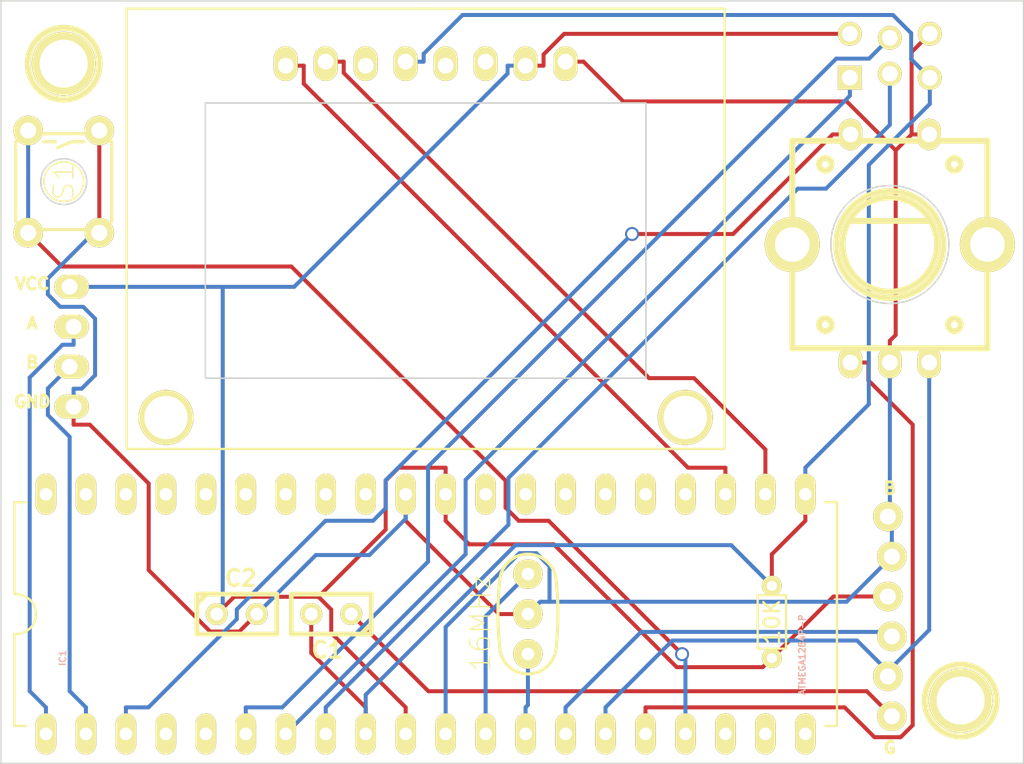
<source format=kicad_pcb>
(kicad_pcb (version 3) (host pcbnew "(2013-07-07 BZR 4022)-stable")

  (general
    (links 41)
    (no_connects 0)
    (area 222.949999 130.6364 291.529863 185.550001)
    (thickness 1.6)
    (drawings 18)
    (tracks 197)
    (zones 0)
    (modules 13)
    (nets 19)
  )

  (page A3)
  (layers
    (15 F.Cu signal hide)
    (0 B.Cu signal hide)
    (16 B.Adhes user)
    (17 F.Adhes user)
    (18 B.Paste user)
    (19 F.Paste user)
    (20 B.SilkS user)
    (21 F.SilkS user)
    (22 B.Mask user hide)
    (23 F.Mask user hide)
    (24 Dwgs.User user)
    (25 Cmts.User user)
    (26 Eco1.User user)
    (27 Eco2.User user)
    (28 Edge.Cuts user)
  )

  (setup
    (last_trace_width 0.254)
    (trace_clearance 0.254)
    (zone_clearance 0.508)
    (zone_45_only no)
    (trace_min 0.254)
    (segment_width 0.2)
    (edge_width 0.1)
    (via_size 0.889)
    (via_drill 0.635)
    (via_min_size 0.889)
    (via_min_drill 0.508)
    (uvia_size 0.508)
    (uvia_drill 0.127)
    (uvias_allowed no)
    (uvia_min_size 0.508)
    (uvia_min_drill 0.127)
    (pcb_text_width 0.3)
    (pcb_text_size 1.5 1.5)
    (mod_edge_width 0.15)
    (mod_text_size 1 1)
    (mod_text_width 0.15)
    (pad_size 3.5 3.5)
    (pad_drill 2.75)
    (pad_to_mask_clearance 0)
    (aux_axis_origin 0 0)
    (visible_elements 7FFE7FCF)
    (pcbplotparams
      (layerselection 268435456)
      (usegerberextensions false)
      (excludeedgelayer true)
      (linewidth 0.150000)
      (plotframeref false)
      (viasonmask false)
      (mode 1)
      (useauxorigin false)
      (hpglpennumber 1)
      (hpglpenspeed 20)
      (hpglpendiameter 15)
      (hpglpenoverlay 2)
      (psnegative false)
      (psa4output false)
      (plotreference true)
      (plotvalue true)
      (plotothertext true)
      (plotinvisibletext false)
      (padsonsilk false)
      (subtractmaskfromsilk false)
      (outputformat 5)
      (mirror false)
      (drillshape 0)
      (scaleselection 1)
      (outputdirectory case/))
  )

  (net 0 "")
  (net 1 5VCC)
  (net 2 BTN)
  (net 3 ENC_A)
  (net 4 ENC_B)
  (net 5 ENC_BTN)
  (net 6 GND)
  (net 7 MISO)
  (net 8 MOSI)
  (net 9 N-0000041)
  (net 10 NEOA)
  (net 11 NEOB)
  (net 12 RST)
  (net 13 SCK)
  (net 14 SCL)
  (net 15 SDA)
  (net 16 TOSC1)
  (net 17 TOSC2)
  (net 18 TXO)

  (net_class Default "This is the default net class."
    (clearance 0.254)
    (trace_width 0.254)
    (via_dia 0.889)
    (via_drill 0.635)
    (uvia_dia 0.508)
    (uvia_drill 0.127)
    (add_net "")
    (add_net 5VCC)
    (add_net BTN)
    (add_net ENC_A)
    (add_net ENC_B)
    (add_net ENC_BTN)
    (add_net GND)
    (add_net MISO)
    (add_net MOSI)
    (add_net N-0000041)
    (add_net NEOA)
    (add_net NEOB)
    (add_net RST)
    (add_net SCK)
    (add_net SCL)
    (add_net SDA)
    (add_net TOSC1)
    (add_net TOSC2)
    (add_net TXO)
  )

  (module 1pin (layer F.Cu) (tedit 52C10461) (tstamp 52DB2BC8)
    (at 284 181.5)
    (descr "module 1 pin (ou trou mecanique de percage)")
    (tags DEV)
    (path 1pin)
    (fp_text reference 1PIN2 (at 0 -3.048) (layer F.SilkS) hide
      (effects (font (size 1.016 1.016) (thickness 0.254)))
    )
    (fp_text value p2 (at 0 2.794) (layer F.SilkS) hide
      (effects (font (size 1.016 1.016) (thickness 0.254)))
    )
    (fp_circle (center 0 0) (end 0 -2.286) (layer F.SilkS) (width 0.381))
    (pad 1 thru_hole circle (at 0 0) (size 4.064 4.064) (drill 3.048)
      (layers *.Cu *.Mask F.SilkS)
    )
  )

  (module pin_strip_4_shifted (layer F.Cu) (tedit 528D619F) (tstamp 52C0E803)
    (at 227.5 159 270)
    (descr "Pin strip 4pin")
    (tags "CONN DEV")
    (path /52C0DFAD)
    (fp_text reference J1 (at 0 -2.159 270) (layer F.SilkS) hide
      (effects (font (size 1.016 1.016) (thickness 0.2032)))
    )
    (fp_text value J_SIGNAL (at 0.254 -3.556 270) (layer F.SilkS) hide
      (effects (font (size 1.016 0.889) (thickness 0.2032)))
    )
    (pad 1 thru_hole oval (at -3.81 0.127 270) (size 1.524 2.19964) (drill 1.00076 (offset 0 -0.127))
      (layers *.Cu *.Mask F.SilkS)
      (net 1 5VCC)
    )
    (pad 2 thru_hole oval (at -1.27 -0.127 270) (size 1.524 2.19964) (drill 1.00076 (offset 0 0.127))
      (layers *.Cu *.Mask F.SilkS)
      (net 10 NEOA)
    )
    (pad 3 thru_hole oval (at 1.27 0.127 270) (size 1.524 2.19964) (drill 1.00076 (offset 0 -0.127))
      (layers *.Cu *.Mask F.SilkS)
      (net 11 NEOB)
    )
    (pad 4 thru_hole oval (at 3.81 -0.127 270) (size 1.524 2.19964) (drill 1.00076 (offset 0 0.127))
      (layers *.Cu *.Mask F.SilkS)
      (net 6 GND)
    )
    (model walter/pin_strip/pin_strip_4.wrl
      (at (xyz 0 0 0))
      (scale (xyz 1 1 1))
      (rotate (xyz 0 0 0))
    )
  )

  (module ML_RESONATOR_16MHZ_PTH (layer F.Cu) (tedit 52C0F9C2) (tstamp 52C0E80E)
    (at 256.5 176 270)
    (path /522FBF5A)
    (attr virtual)
    (fp_text reference Y1 (at 0 -2.54 270) (layer F.SilkS) hide
      (effects (font (size 1.27 1.27) (thickness 0.0889)))
    )
    (fp_text value 16MHz (at 0.5842 3.0226 270) (layer F.SilkS)
      (effects (font (size 1.27 1.27) (thickness 0.0889)))
    )
    (fp_arc (start -2.00914 0) (end -2.286 1.778) (angle 162.4) (layer F.SilkS) (width 0.2032))
    (fp_arc (start 2.00914 0) (end 2.286 -1.778) (angle 162.4) (layer F.SilkS) (width 0.2032))
    (fp_arc (start 0 -18.7325) (end 2.286 1.778) (angle 12.7) (layer F.SilkS) (width 0.2032))
    (fp_arc (start 0 18.669) (end -2.286 -1.778) (angle 12.7) (layer F.SilkS) (width 0.2032))
    (pad 1 thru_hole circle (at -2.54 0 270) (size 1.8796 1.8796) (drill 0.79756)
      (layers *.Cu *.Mask F.Paste F.SilkS)
      (net 17 TOSC2)
    )
    (pad 2 thru_hole circle (at 0 0 270) (size 1.8796 1.8796) (drill 0.79756)
      (layers *.Cu *.Mask F.Paste F.SilkS)
      (net 6 GND)
    )
    (pad 3 thru_hole circle (at 2.54 0 270) (size 1.8796 1.8796) (drill 0.79756)
      (layers *.Cu *.Mask F.Paste F.SilkS)
      (net 16 TOSC1)
    )
  )

  (module ML_FTDI_shifted_pads (layer F.Cu) (tedit 528D5F41) (tstamp 52C0E832)
    (at 279.5 182.5 90)
    (path /522FBB4E)
    (attr virtual)
    (fp_text reference JP2 (at 4.36626 -2.4638 90) (layer F.SilkS) hide
      (effects (font (size 1.27 1.27) (thickness 0.0889)))
    )
    (fp_text value FTDI (at 6 2.5 90) (layer F.SilkS) hide
      (effects (font (size 1.27 1.27) (thickness 0.0889)))
    )
    (fp_line (start 12.446 0.254) (end 12.954 0.254) (layer F.SilkS) (width 0.06604))
    (fp_line (start 12.954 0.254) (end 12.954 -0.254) (layer F.SilkS) (width 0.06604))
    (fp_line (start 12.446 -0.254) (end 12.954 -0.254) (layer F.SilkS) (width 0.06604))
    (fp_line (start 12.446 0.254) (end 12.446 -0.254) (layer F.SilkS) (width 0.06604))
    (fp_line (start 9.906 0.254) (end 10.414 0.254) (layer F.SilkS) (width 0.06604))
    (fp_line (start 10.414 0.254) (end 10.414 -0.254) (layer F.SilkS) (width 0.06604))
    (fp_line (start 9.906 -0.254) (end 10.414 -0.254) (layer F.SilkS) (width 0.06604))
    (fp_line (start 9.906 0.254) (end 9.906 -0.254) (layer F.SilkS) (width 0.06604))
    (fp_line (start 7.366 0.254) (end 7.874 0.254) (layer F.SilkS) (width 0.06604))
    (fp_line (start 7.874 0.254) (end 7.874 -0.254) (layer F.SilkS) (width 0.06604))
    (fp_line (start 7.366 -0.254) (end 7.874 -0.254) (layer F.SilkS) (width 0.06604))
    (fp_line (start 7.366 0.254) (end 7.366 -0.254) (layer F.SilkS) (width 0.06604))
    (fp_line (start 4.826 0.254) (end 5.334 0.254) (layer F.SilkS) (width 0.06604))
    (fp_line (start 5.334 0.254) (end 5.334 -0.254) (layer F.SilkS) (width 0.06604))
    (fp_line (start 4.826 -0.254) (end 5.334 -0.254) (layer F.SilkS) (width 0.06604))
    (fp_line (start 4.826 0.254) (end 4.826 -0.254) (layer F.SilkS) (width 0.06604))
    (fp_line (start 2.286 0.254) (end 2.794 0.254) (layer F.SilkS) (width 0.06604))
    (fp_line (start 2.794 0.254) (end 2.794 -0.254) (layer F.SilkS) (width 0.06604))
    (fp_line (start 2.286 -0.254) (end 2.794 -0.254) (layer F.SilkS) (width 0.06604))
    (fp_line (start 2.286 0.254) (end 2.286 -0.254) (layer F.SilkS) (width 0.06604))
    (fp_line (start -0.254 0.254) (end 0.254 0.254) (layer F.SilkS) (width 0.06604))
    (fp_line (start 0.254 0.254) (end 0.254 -0.254) (layer F.SilkS) (width 0.06604))
    (fp_line (start -0.254 -0.254) (end 0.254 -0.254) (layer F.SilkS) (width 0.06604))
    (fp_line (start -0.254 0.254) (end -0.254 -0.254) (layer F.SilkS) (width 0.06604))
    (fp_text user G (at -2.159 0 90) (layer F.SilkS) hide
      (effects (font (size 1.27 1.27) (thickness 0.0889)))
    )
    (fp_text user B (at 14.732 0 90) (layer F.SilkS) hide
      (effects (font (size 1.27 1.27) (thickness 0.0889)))
    )
    (pad CTS thru_hole circle (at 10.16 0.127 90) (size 1.8796 1.8796) (drill 1.016)
      (layers *.Cu *.Mask F.Paste F.SilkS)
      (net 6 GND)
    )
    (pad DTR thru_hole circle (at 0 0.127 90) (size 1.8796 1.8796) (drill 1.016)
      (layers *.Cu *.Mask F.Paste F.SilkS)
      (net 9 N-0000041)
    )
    (pad GND thru_hole circle (at 12.7 -0.127 90) (size 1.8796 1.8796) (drill 1.016)
      (layers *.Cu *.Mask F.Paste F.SilkS)
      (net 6 GND)
    )
    (pad RXI thru_hole circle (at 2.54 -0.127 90) (size 1.8796 1.8796) (drill 1.016)
      (layers *.Cu *.Mask F.Paste F.SilkS)
      (net 4 ENC_B)
    )
    (pad TXO thru_hole circle (at 5.08 0.127 90) (size 1.8796 1.8796) (drill 1.016)
      (layers *.Cu *.Mask F.Paste F.SilkS)
      (net 18 TXO)
    )
    (pad VCC thru_hole circle (at 7.62 -0.127 90) (size 1.8796 1.8796) (drill 1.016)
      (layers *.Cu *.Mask F.Paste F.SilkS)
      (net 1 5VCC)
    )
  )

  (module ML_DIL40 (layer F.Cu) (tedit 52C0E775) (tstamp 52C2C400)
    (at 250 176)
    (descr "DUAL IN LINE PACKAGE: 40-PIN PDIP")
    (tags "DUAL IN LINE PACKAGE: 40-PIN PDIP")
    (path /5277F70B)
    (attr virtual)
    (fp_text reference IC1 (at -23.0632 2.794 90) (layer B.SilkS)
      (effects (font (size 0.4064 0.4064) (thickness 0.0889)))
    )
    (fp_text value ATMEGA1284P-P (at 23.9268 2.58826 90) (layer B.SilkS)
      (effects (font (size 0.4064 0.4064) (thickness 0.0889)))
    )
    (fp_line (start 26.1366 -7.112) (end 26.1366 7.112) (layer F.SilkS) (width 0.1524))
    (fp_line (start -26.1366 7.112) (end -26.1366 1.27) (layer F.SilkS) (width 0.1524))
    (fp_line (start -26.1366 -7.112) (end -26.1366 -1.27) (layer F.SilkS) (width 0.1524))
    (fp_line (start -26.1366 -7.112) (end -25.4 -7.112) (layer F.SilkS) (width 0.1524))
    (fp_line (start -26.1366 7.112) (end -25.4 7.112) (layer F.SilkS) (width 0.1524))
    (fp_line (start 26.1366 7.112) (end 25.4 7.112) (layer F.SilkS) (width 0.1524))
    (fp_line (start 26.1366 -7.112) (end 25.4 -7.112) (layer F.SilkS) (width 0.1524))
    (fp_arc (start -26.035 0) (end -26.035 -1.27) (angle 180) (layer F.SilkS) (width 0.1524))
    (pad 1 thru_hole oval (at -24.13 7.62) (size 1.30556 2.61366) (drill 0.79756)
      (layers *.Cu *.Mask F.Paste F.SilkS)
      (net 10 NEOA)
    )
    (pad 2 thru_hole oval (at -21.59 7.62) (size 1.30556 2.61366) (drill 0.79756)
      (layers *.Cu *.Mask F.Paste F.SilkS)
      (net 11 NEOB)
    )
    (pad 3 thru_hole oval (at -19.05 7.62) (size 1.30556 2.61366) (drill 0.79756)
      (layers *.Cu *.Mask F.Paste F.SilkS)
      (net 5 ENC_BTN)
    )
    (pad 4 thru_hole oval (at -16.51 7.62) (size 1.30556 2.61366) (drill 0.79756)
      (layers *.Cu *.Mask F.Paste F.SilkS)
    )
    (pad 5 thru_hole oval (at -13.97 7.62) (size 1.30556 2.61366) (drill 0.79756)
      (layers *.Cu *.Mask F.Paste F.SilkS)
    )
    (pad 6 thru_hole oval (at -11.43 7.62) (size 1.30556 2.61366) (drill 0.79756)
      (layers *.Cu *.Mask F.Paste F.SilkS)
      (net 8 MOSI)
    )
    (pad 7 thru_hole oval (at -8.89 7.62) (size 1.30556 2.61366) (drill 0.79756)
      (layers *.Cu *.Mask F.Paste F.SilkS)
      (net 7 MISO)
    )
    (pad 8 thru_hole oval (at -6.35 7.62) (size 1.30556 2.61366) (drill 0.79756)
      (layers *.Cu *.Mask F.Paste F.SilkS)
      (net 13 SCK)
    )
    (pad 9 thru_hole oval (at -3.81 7.62) (size 1.30556 2.61366) (drill 0.79756)
      (layers *.Cu *.Mask F.Paste F.SilkS)
      (net 12 RST)
    )
    (pad 10 thru_hole oval (at -1.27 7.62) (size 1.30556 2.61366) (drill 0.79756)
      (layers *.Cu *.Mask F.Paste F.SilkS)
      (net 1 5VCC)
    )
    (pad 11 thru_hole oval (at 1.27 7.62) (size 1.30556 2.61366) (drill 0.79756)
      (layers *.Cu *.Mask F.Paste F.SilkS)
      (net 6 GND)
    )
    (pad 12 thru_hole oval (at 3.81 7.62) (size 1.30556 2.61366) (drill 0.79756)
      (layers *.Cu *.Mask F.Paste F.SilkS)
      (net 17 TOSC2)
    )
    (pad 13 thru_hole oval (at 6.35 7.62) (size 1.30556 2.61366) (drill 0.79756)
      (layers *.Cu *.Mask F.Paste F.SilkS)
      (net 16 TOSC1)
    )
    (pad 14 thru_hole oval (at 8.89 7.62) (size 1.30556 2.61366) (drill 0.79756)
      (layers *.Cu *.Mask F.Paste F.SilkS)
      (net 18 TXO)
    )
    (pad 15 thru_hole oval (at 11.43 7.62) (size 1.30556 2.61366) (drill 0.79756)
      (layers *.Cu *.Mask F.Paste F.SilkS)
      (net 4 ENC_B)
    )
    (pad 16 thru_hole oval (at 13.97 7.62) (size 1.30556 2.61366) (drill 0.79756)
      (layers *.Cu *.Mask F.Paste F.SilkS)
      (net 3 ENC_A)
    )
    (pad 17 thru_hole oval (at 16.51 7.62) (size 1.30556 2.61366) (drill 0.79756)
      (layers *.Cu *.Mask F.Paste F.SilkS)
      (net 2 BTN)
    )
    (pad 18 thru_hole oval (at 19.05 7.62) (size 1.30556 2.61366) (drill 0.79756)
      (layers *.Cu *.Mask F.Paste F.SilkS)
    )
    (pad 19 thru_hole oval (at 21.59 7.62) (size 1.30556 2.61366) (drill 0.79756)
      (layers *.Cu *.Mask F.Paste F.SilkS)
    )
    (pad 20 thru_hole oval (at 24.13 7.62) (size 1.30556 2.61366) (drill 0.79756)
      (layers *.Cu *.Mask F.Paste F.SilkS)
    )
    (pad 21 thru_hole oval (at 24.13 -7.62) (size 1.30556 2.61366) (drill 0.79756)
      (layers *.Cu *.Mask F.Paste F.SilkS)
      (net 12 RST)
    )
    (pad 22 thru_hole oval (at 21.59 -7.62) (size 1.30556 2.61366) (drill 0.79756)
      (layers *.Cu *.Mask F.Paste F.SilkS)
      (net 14 SCL)
    )
    (pad 23 thru_hole oval (at 19.05 -7.62) (size 1.30556 2.61366) (drill 0.79756)
      (layers *.Cu *.Mask F.Paste F.SilkS)
      (net 15 SDA)
    )
    (pad 24 thru_hole oval (at 16.51 -7.62) (size 1.30556 2.61366) (drill 0.79756)
      (layers *.Cu *.Mask F.Paste F.SilkS)
    )
    (pad 25 thru_hole oval (at 13.97 -7.62) (size 1.30556 2.61366) (drill 0.79756)
      (layers *.Cu *.Mask F.Paste F.SilkS)
    )
    (pad 26 thru_hole oval (at 11.43 -7.62) (size 1.30556 2.61366) (drill 0.79756)
      (layers *.Cu *.Mask F.Paste F.SilkS)
    )
    (pad 27 thru_hole oval (at 8.89 -7.62) (size 1.30556 2.61366) (drill 0.79756)
      (layers *.Cu *.Mask F.Paste F.SilkS)
    )
    (pad 28 thru_hole oval (at 6.35 -7.62) (size 1.30556 2.61366) (drill 0.79756)
      (layers *.Cu *.Mask F.Paste F.SilkS)
    )
    (pad 29 thru_hole oval (at 3.81 -7.62) (size 1.30556 2.61366) (drill 0.79756)
      (layers *.Cu *.Mask F.Paste F.SilkS)
    )
    (pad 30 thru_hole oval (at 1.27 -7.62) (size 1.30556 2.61366) (drill 0.79756)
      (layers *.Cu *.Mask F.Paste F.SilkS)
      (net 1 5VCC)
    )
    (pad 31 thru_hole oval (at -1.27 -7.62) (size 1.30556 2.61366) (drill 0.79756)
      (layers *.Cu *.Mask F.Paste F.SilkS)
      (net 6 GND)
    )
    (pad 32 thru_hole oval (at -3.81 -7.62) (size 1.30556 2.61366) (drill 0.79756)
      (layers *.Cu *.Mask F.Paste F.SilkS)
    )
    (pad 33 thru_hole oval (at -6.35 -7.62) (size 1.30556 2.61366) (drill 0.79756)
      (layers *.Cu *.Mask F.Paste F.SilkS)
    )
    (pad 34 thru_hole oval (at -8.89 -7.62) (size 1.30556 2.61366) (drill 0.79756)
      (layers *.Cu *.Mask F.Paste F.SilkS)
    )
    (pad 35 thru_hole oval (at -11.43 -7.62) (size 1.30556 2.61366) (drill 0.79756)
      (layers *.Cu *.Mask F.Paste F.SilkS)
    )
    (pad 36 thru_hole oval (at -13.97 -7.62) (size 1.30556 2.61366) (drill 0.79756)
      (layers *.Cu *.Mask F.Paste F.SilkS)
    )
    (pad 37 thru_hole oval (at -16.51 -7.62) (size 1.30556 2.61366) (drill 0.79756)
      (layers *.Cu *.Mask F.Paste F.SilkS)
    )
    (pad 38 thru_hole oval (at -19.05 -7.62) (size 1.30556 2.61366) (drill 0.79756)
      (layers *.Cu *.Mask F.Paste F.SilkS)
    )
    (pad 39 thru_hole oval (at -21.59 -7.62) (size 1.30556 2.61366) (drill 0.79756)
      (layers *.Cu *.Mask F.Paste F.SilkS)
    )
    (pad 40 thru_hole oval (at -24.13 -7.62) (size 1.30556 2.61366) (drill 0.79756)
      (layers *.Cu *.Mask F.Paste F.SilkS)
    )
  )

  (module ICSP_shifted_pads (layer F.Cu) (tedit 528D6071) (tstamp 52C0E889)
    (at 279.5 140.5)
    (descr "Pin strip 3x2pin")
    (tags "CONN DEV")
    (path /522FB9A7)
    (fp_text reference JP1 (at 0 -3.81) (layer F.SilkS) hide
      (effects (font (size 1.016 1.016) (thickness 0.2032)))
    )
    (fp_text value ICSP (at 0 -5.08) (layer F.SilkS) hide
      (effects (font (size 1.016 0.889) (thickness 0.2032)))
    )
    (pad 1 thru_hole rect (at -2.54 1.397) (size 1.524 1.524) (drill 1.00076)
      (layers *.Cu *.Mask F.SilkS)
      (net 7 MISO)
    )
    (pad 2 thru_hole circle (at -2.54 -1.397) (size 1.524 1.524) (drill 1.00076)
      (layers *.Cu *.Mask F.SilkS)
      (net 1 5VCC)
    )
    (pad 3 thru_hole circle (at 0 1.143) (size 1.524 1.524) (drill 1.00076)
      (layers *.Cu *.Mask F.SilkS)
      (net 13 SCK)
    )
    (pad 4 thru_hole circle (at 0 -1.143) (size 1.524 1.524) (drill 1.00076)
      (layers *.Cu *.Mask F.SilkS)
      (net 8 MOSI)
    )
    (pad 5 thru_hole circle (at 2.54 1.397) (size 1.524 1.524) (drill 1.00076)
      (layers *.Cu *.Mask F.SilkS)
      (net 12 RST)
    )
    (pad 6 thru_hole circle (at 2.54 -1.397) (size 1.524 1.524) (drill 1.00076)
      (layers *.Cu *.Mask F.SilkS)
      (net 6 GND)
    )
    (model walter/pin_strip/pin_strip_3x2.wrl
      (at (xyz 0 0 0))
      (scale (xyz 1 1 1))
      (rotate (xyz 0 0 0))
    )
  )

  (module encoder_alps-ec12d (layer F.Cu) (tedit 52C10198) (tstamp 52C0E89F)
    (at 279.5 152.5)
    (descr "12mm rotary encoder, Alps EC12D")
    (tags encoder)
    (path /52C0DA05)
    (autoplace_cost180 10)
    (fp_text reference E1 (at 0 9.99998) (layer F.SilkS) hide
      (effects (font (size 1.50114 1.50114) (thickness 0.20066)))
    )
    (fp_text value ENCODER_SWITCH (at 0 -7.80034) (layer F.SilkS) hide
      (effects (font (size 1.50114 1.50114) (thickness 0.20066)))
    )
    (fp_circle (center 4.09956 5.10032) (end 4.50088 5.10032) (layer F.SilkS) (width 0.381))
    (fp_circle (center -4.09956 5.10032) (end -4.50088 5.10032) (layer F.SilkS) (width 0.381))
    (fp_circle (center 4.09956 -5.10032) (end 3.70078 -5.10032) (layer F.SilkS) (width 0.381))
    (fp_circle (center -4.09956 -5.10032) (end -4.50088 -5.10032) (layer F.SilkS) (width 0.381))
    (fp_line (start -2.60096 -1.50114) (end 2.60096 -1.50114) (layer F.SilkS) (width 0.381))
    (fp_circle (center 0 0) (end -2.99974 0) (layer F.SilkS) (width 0.381))
    (fp_circle (center 0 0) (end -3.40106 0) (layer F.SilkS) (width 0.381))
    (fp_line (start -6.20014 6.59892) (end 6.20014 6.59892) (layer F.SilkS) (width 0.381))
    (fp_line (start 6.20014 6.59892) (end 6.20014 -6.59892) (layer F.SilkS) (width 0.381))
    (fp_line (start 6.20014 -6.59892) (end -6.20014 -6.59892) (layer F.SilkS) (width 0.381))
    (fp_line (start -6.20014 -6.59892) (end -6.20014 6.59892) (layer F.SilkS) (width 0.381))
    (pad 1 thru_hole oval (at -2.49936 7.50062) (size 1.50114 1.99898) (drill 1.00076)
      (layers *.Cu *.Mask F.SilkS)
      (net 3 ENC_A)
    )
    (pad 2 thru_hole oval (at 0 7.50062) (size 1.50114 1.99898) (drill 1.00076)
      (layers *.Cu *.Mask F.SilkS)
      (net 6 GND)
    )
    (pad 3 thru_hole oval (at 2.49936 7.50062) (size 1.50114 1.99898) (drill 1.00076)
      (layers *.Cu *.Mask F.SilkS)
      (net 4 ENC_B)
    )
    (pad "" thru_hole circle (at -6.20014 0) (size 3.50012 3.50012) (drill 2.19964)
      (layers *.Cu *.Mask F.SilkS)
    )
    (pad "" thru_hole circle (at 6.20014 0) (size 3.50012 3.50012) (drill 2.19964)
      (layers *.Cu *.Mask F.SilkS)
    )
    (pad 5 thru_hole oval (at -2.49936 -7.00024) (size 1.50114 1.99898) (drill 1.00076)
      (layers *.Cu *.Mask F.SilkS)
      (net 5 ENC_BTN)
    )
    (pad 4 thru_hole oval (at 2.49936 -7.00024) (size 1.50114 1.99898) (drill 1.00076)
      (layers *.Cu *.Mask F.SilkS)
      (net 6 GND)
    )
    (model walter/misc_comp/encoder_alps-ec12d.wrl
      (at (xyz 0 0 0))
      (scale (xyz 1 1 1))
      (rotate (xyz 0 0 0))
    )
  )

  (module C1 (layer F.Cu) (tedit 3F92C496) (tstamp 52C0E8AA)
    (at 244 176 180)
    (descr "Condensateur e = 1 pas")
    (tags C)
    (path /522FBC24)
    (fp_text reference C1 (at 0.254 -2.286 180) (layer F.SilkS)
      (effects (font (size 1.016 1.016) (thickness 0.2032)))
    )
    (fp_text value 0.1uF (at 0 -2.286 180) (layer F.SilkS) hide
      (effects (font (size 1.016 1.016) (thickness 0.2032)))
    )
    (fp_line (start -2.4892 -1.27) (end 2.54 -1.27) (layer F.SilkS) (width 0.3048))
    (fp_line (start 2.54 -1.27) (end 2.54 1.27) (layer F.SilkS) (width 0.3048))
    (fp_line (start 2.54 1.27) (end -2.54 1.27) (layer F.SilkS) (width 0.3048))
    (fp_line (start -2.54 1.27) (end -2.54 -1.27) (layer F.SilkS) (width 0.3048))
    (fp_line (start -2.54 -0.635) (end -1.905 -1.27) (layer F.SilkS) (width 0.3048))
    (pad 1 thru_hole circle (at -1.27 0 180) (size 1.397 1.397) (drill 0.8128)
      (layers *.Cu *.Mask F.SilkS)
      (net 9 N-0000041)
    )
    (pad 2 thru_hole circle (at 1.27 0 180) (size 1.397 1.397) (drill 0.8128)
      (layers *.Cu *.Mask F.SilkS)
      (net 12 RST)
    )
    (model discret/capa_1_pas.wrl
      (at (xyz 0 0 0))
      (scale (xyz 1 1 1))
      (rotate (xyz 0 0 0))
    )
  )

  (module C1 (layer F.Cu) (tedit 3F92C496) (tstamp 52C0E8B5)
    (at 238 176)
    (descr "Condensateur e = 1 pas")
    (tags C)
    (path /522FBCC4)
    (fp_text reference C2 (at 0.254 -2.286) (layer F.SilkS)
      (effects (font (size 1.016 1.016) (thickness 0.2032)))
    )
    (fp_text value 0.1uF (at 0 -2.286) (layer F.SilkS) hide
      (effects (font (size 1.016 1.016) (thickness 0.2032)))
    )
    (fp_line (start -2.4892 -1.27) (end 2.54 -1.27) (layer F.SilkS) (width 0.3048))
    (fp_line (start 2.54 -1.27) (end 2.54 1.27) (layer F.SilkS) (width 0.3048))
    (fp_line (start 2.54 1.27) (end -2.54 1.27) (layer F.SilkS) (width 0.3048))
    (fp_line (start -2.54 1.27) (end -2.54 -1.27) (layer F.SilkS) (width 0.3048))
    (fp_line (start -2.54 -0.635) (end -1.905 -1.27) (layer F.SilkS) (width 0.3048))
    (pad 1 thru_hole circle (at -1.27 0) (size 1.397 1.397) (drill 0.8128)
      (layers *.Cu *.Mask F.SilkS)
      (net 1 5VCC)
    )
    (pad 2 thru_hole circle (at 1.27 0) (size 1.397 1.397) (drill 0.8128)
      (layers *.Cu *.Mask F.SilkS)
      (net 6 GND)
    )
    (model discret/capa_1_pas.wrl
      (at (xyz 0 0 0))
      (scale (xyz 1 1 1))
      (rotate (xyz 0 0 0))
    )
  )

  (module ML_R1-8W (layer F.Cu) (tedit 52C0FA10) (tstamp 52C0E7E7)
    (at 272 176.5 90)
    (descr http://www.mouser.com/ProductDetail/Xicon/299-330-RC/?qs=sGAEpiMZZMu61qfTUdNhG1aMK7XKB77EKzTqu4lEvbw%3d)
    (path /522FBCB7)
    (fp_text reference R1 (at 0 0 90) (layer F.SilkS) hide
      (effects (font (size 1 1) (thickness 0.15)))
    )
    (fp_text value 10K (at 0 0 90) (layer F.SilkS)
      (effects (font (size 1 1) (thickness 0.15)))
    )
    (fp_line (start 1.7 -0.9) (end -1.7 -0.9) (layer F.SilkS) (width 0.15))
    (fp_line (start -1.7 -0.9) (end -1.7 0.9) (layer F.SilkS) (width 0.15))
    (fp_line (start -1.7 0.9) (end 1.7 0.9) (layer F.SilkS) (width 0.15))
    (fp_line (start 1.7 0.9) (end 1.7 -0.9) (layer F.SilkS) (width 0.15))
    (pad 1 thru_hole circle (at -2.3 0 90) (size 1.27 1.27) (drill 0.635)
      (layers *.Cu *.Mask F.SilkS)
      (net 1 5VCC)
    )
    (pad 2 thru_hole circle (at 2.3 0 90) (size 1.27 1.27) (drill 0.635)
      (layers *.Cu *.Mask F.SilkS)
      (net 12 RST)
    )
  )

  (module ML_ADA_OLED_096 (layer F.Cu) (tedit 52C0F7D9) (tstamp 52C2C5C1)
    (at 250 141)
    (descr "Pin strip 8pin")
    (tags "CONN DEV")
    (path /52C0E1D7)
    (fp_text reference J2 (at 0 -8) (layer F.SilkS) hide
      (effects (font (size 1.016 1.016) (thickness 0.2032)))
    )
    (fp_text value J_DISPLAY (at 0 -9.5) (layer F.SilkS) hide
      (effects (font (size 1.016 0.889) (thickness 0.2032)))
    )
    (fp_line (start 0 -3.5) (end 19 -3.5) (layer F.SilkS) (width 0.15))
    (fp_line (start 19 -3.5) (end 19 24.5) (layer F.SilkS) (width 0.15))
    (fp_line (start 19 24.5) (end -19 24.5) (layer F.SilkS) (width 0.15))
    (fp_line (start -19 24.5) (end -19 -3.5) (layer F.SilkS) (width 0.15))
    (fp_line (start -19 -3.5) (end 0 -3.5) (layer F.SilkS) (width 0.15))
    (pad 9 thru_hole circle (at 16.5 22.5) (size 3.5 3.5) (drill 2.75)
      (layers *.Cu *.Mask F.SilkS)
    )
    (pad 1 thru_hole oval (at -8.89 0.127) (size 1.524 2.19964) (drill 1.00076 (offset 0 -0.127))
      (layers *.Cu *.Mask F.SilkS)
      (net 15 SDA)
    )
    (pad 2 thru_hole oval (at -6.35 -0.127) (size 1.524 2.19964) (drill 1.00076 (offset 0 0.127))
      (layers *.Cu *.Mask F.SilkS)
      (net 14 SCL)
    )
    (pad 3 thru_hole oval (at -3.81 0.127) (size 1.524 2.19964) (drill 1.00076 (offset 0 -0.127))
      (layers *.Cu *.Mask F.SilkS)
    )
    (pad 4 thru_hole oval (at -1.27 -0.127) (size 1.524 2.19964) (drill 1.00076 (offset 0 0.127))
      (layers *.Cu *.Mask F.SilkS)
      (net 12 RST)
    )
    (pad 5 thru_hole oval (at 1.27 0.127) (size 1.524 2.19964) (drill 1.00076 (offset 0 -0.127))
      (layers *.Cu *.Mask F.SilkS)
    )
    (pad 6 thru_hole oval (at 3.81 -0.127) (size 1.524 2.19964) (drill 1.00076 (offset 0 0.127))
      (layers *.Cu *.Mask F.SilkS)
    )
    (pad 7 thru_hole oval (at 6.35 0.127) (size 1.524 2.19964) (drill 1.00076 (offset 0 -0.127))
      (layers *.Cu *.Mask F.SilkS)
      (net 1 5VCC)
    )
    (pad 8 thru_hole oval (at 8.89 -0.127) (size 1.524 2.19964) (drill 1.00076 (offset 0 0.127))
      (layers *.Cu *.Mask F.SilkS)
      (net 6 GND)
    )
    (pad 9 thru_hole circle (at -16.5 22.5) (size 3.5 3.5) (drill 2.75)
      (layers *.Cu *.Mask F.SilkS)
    )
    (model walter/pin_strip/pin_strip_8.wrl
      (at (xyz 0 0 0))
      (scale (xyz 1 1 1))
      (rotate (xyz 0 0 0))
    )
  )

  (module ML_6mm_TACTILE-PTH (layer F.Cu) (tedit 528A8AFC) (tstamp 52C0E7DF)
    (at 227 148.5 270)
    (descr "OMRON SWITCH")
    (tags "OMRON SWITCH")
    (path /52C0DD10)
    (attr virtual)
    (fp_text reference S1 (at 0 0 270) (layer F.SilkS)
      (effects (font (size 1.27 1.27) (thickness 0.0889)))
    )
    (fp_text value TAC_SWITCHPTH (at 0 0 270) (layer F.SilkS)
      (effects (font (size 0.0004 0.0004) (thickness 0.00012)))
    )
    (fp_line (start 3.048 -1.016) (end 3.048 -2.54) (layer F.SilkS) (width 0.2032))
    (fp_line (start 3.048 -2.54) (end 2.54 -3.048) (layer F.SilkS) (width 0.2032))
    (fp_line (start 2.54 3.048) (end 3.048 2.54) (layer F.SilkS) (width 0.2032))
    (fp_line (start 3.048 2.54) (end 3.048 1.016) (layer F.SilkS) (width 0.2032))
    (fp_line (start -2.54 -3.048) (end -3.048 -2.54) (layer F.SilkS) (width 0.2032))
    (fp_line (start -3.048 -2.54) (end -3.048 -1.016) (layer F.SilkS) (width 0.2032))
    (fp_line (start -2.54 3.048) (end -3.048 2.54) (layer F.SilkS) (width 0.2032))
    (fp_line (start -3.048 2.54) (end -3.048 1.016) (layer F.SilkS) (width 0.2032))
    (fp_line (start 2.54 3.048) (end 2.159 3.048) (layer F.SilkS) (width 0.2032))
    (fp_line (start -2.54 3.048) (end -2.159 3.048) (layer F.SilkS) (width 0.2032))
    (fp_line (start -2.54 -3.048) (end -2.159 -3.048) (layer F.SilkS) (width 0.2032))
    (fp_line (start 2.54 -3.048) (end 2.159 -3.048) (layer F.SilkS) (width 0.2032))
    (fp_line (start 2.159 -3.048) (end -2.159 -3.048) (layer F.SilkS) (width 0.2032))
    (fp_line (start -2.159 3.048) (end 2.159 3.048) (layer F.SilkS) (width 0.2032))
    (fp_line (start 3.048 -0.99568) (end 3.048 1.016) (layer F.SilkS) (width 0.2032))
    (fp_line (start -3.048 -1.02616) (end -3.048 1.016) (layer F.SilkS) (width 0.2032))
    (fp_line (start -2.54 -1.27) (end -2.54 -0.508) (layer F.SilkS) (width 0.2032))
    (fp_line (start -2.54 0.508) (end -2.54 1.27) (layer F.SilkS) (width 0.2032))
    (fp_line (start -2.54 -0.508) (end -2.159 0.381) (layer F.SilkS) (width 0.2032))
    (fp_circle (center 0 0) (end -0.889 0.889) (layer F.SilkS) (width 0.1016))
    (pad 1 thru_hole circle (at -3.2512 -2.2606 270) (size 1.8796 1.8796) (drill 1.016)
      (layers *.Cu *.Mask F.Paste F.SilkS)
      (net 6 GND)
    )
    (pad 2 thru_hole circle (at 3.2512 -2.2606 270) (size 1.8796 1.8796) (drill 1.016)
      (layers *.Cu *.Mask F.Paste F.SilkS)
      (net 6 GND)
    )
    (pad 3 thru_hole circle (at -3.2512 2.2606 270) (size 1.8796 1.8796) (drill 1.016)
      (layers *.Cu *.Mask F.Paste F.SilkS)
      (net 2 BTN)
    )
    (pad 4 thru_hole circle (at 3.2512 2.2606 270) (size 1.8796 1.8796) (drill 1.016)
      (layers *.Cu *.Mask F.Paste F.SilkS)
      (net 2 BTN)
    )
  )

  (module 1pin (layer F.Cu) (tedit 52C1045B) (tstamp 52DB2BDB)
    (at 227 141)
    (descr "module 1 pin (ou trou mecanique de percage)")
    (tags DEV)
    (path 1pin)
    (fp_text reference 1PIN1 (at 0 -3.048) (layer F.SilkS) hide
      (effects (font (size 1.016 1.016) (thickness 0.254)))
    )
    (fp_text value p1 (at 0 2.794) (layer F.SilkS) hide
      (effects (font (size 1.016 1.016) (thickness 0.254)))
    )
    (fp_circle (center 0 0) (end 0 -2.286) (layer F.SilkS) (width 0.381))
    (pad 1 thru_hole circle (at 0 0) (size 4.064 4.064) (drill 3.048)
      (layers *.Cu *.Mask F.SilkS)
    )
  )

  (gr_line (start 236 161) (end 236 143.5) (angle 90) (layer Edge.Cuts) (width 0.1))
  (gr_line (start 264 161) (end 236 161) (angle 90) (layer Edge.Cuts) (width 0.1))
  (gr_line (start 264 143.5) (end 264 161) (angle 90) (layer Edge.Cuts) (width 0.1))
  (gr_line (start 236 143.5) (end 264 143.5) (angle 90) (layer Edge.Cuts) (width 0.1))
  (gr_circle (center 279.5 152.5) (end 282.5 154.75) (layer Edge.Cuts) (width 0.1))
  (gr_circle (center 227 148.5) (end 228.25 149.25) (layer Edge.Cuts) (width 0.1))
  (gr_circle (center 284 181.5) (end 285 182.5) (layer Edge.Cuts) (width 0.1))
  (gr_circle (center 227 141) (end 228 142) (layer Edge.Cuts) (width 0.1))
  (gr_text G (at 279.5 184.5) (layer F.SilkS)
    (effects (font (size 0.75 0.75) (thickness 0.1875)))
  )
  (gr_text B (at 279.5 168) (layer F.SilkS)
    (effects (font (size 0.75 0.75) (thickness 0.1875)))
  )
  (gr_text GND (at 225 162.5) (layer F.SilkS)
    (effects (font (size 0.75 0.75) (thickness 0.1875)))
  )
  (gr_text B (at 225 160) (layer F.SilkS)
    (effects (font (size 0.75 0.75) (thickness 0.1875)))
  )
  (gr_text A (at 225 157.5) (layer F.SilkS)
    (effects (font (size 0.75 0.75) (thickness 0.1875)))
  )
  (gr_text VCC (at 225 155) (layer F.SilkS)
    (effects (font (size 0.75 0.75) (thickness 0.1875)))
  )
  (gr_line (start 223 185.5) (end 223 137) (angle 90) (layer Edge.Cuts) (width 0.1))
  (gr_line (start 288 185.5) (end 223 185.5) (angle 90) (layer Edge.Cuts) (width 0.1))
  (gr_line (start 288 137) (end 288 185.5) (angle 90) (layer Edge.Cuts) (width 0.1))
  (gr_line (start 223 137) (end 288 137) (angle 90) (layer Edge.Cuts) (width 0.1))

  (segment (start 256.35 141.127) (end 255.2067 141.127) (width 0.254) (layer B.Cu) (net 1))
  (segment (start 227.373 155.19) (end 228.9812 155.19) (width 0.254) (layer B.Cu) (net 1))
  (segment (start 237.1048 155.19) (end 228.9812 155.19) (width 0.254) (layer B.Cu) (net 1))
  (segment (start 237.1048 155.1899) (end 237.1048 155.19) (width 0.254) (layer B.Cu) (net 1))
  (segment (start 241.644 155.1899) (end 237.1048 155.1899) (width 0.254) (layer B.Cu) (net 1))
  (segment (start 255.2067 141.6272) (end 241.644 155.1899) (width 0.254) (layer B.Cu) (net 1))
  (segment (start 255.2067 141.127) (end 255.2067 141.6272) (width 0.254) (layer B.Cu) (net 1))
  (segment (start 237.1048 175.6252) (end 236.73 176) (width 0.254) (layer B.Cu) (net 1))
  (segment (start 237.1048 155.19) (end 237.1048 175.6252) (width 0.254) (layer B.Cu) (net 1))
  (segment (start 251.27 168.38) (end 251.27 170.0682) (width 0.254) (layer F.Cu) (net 1))
  (segment (start 258.8027 139.103) (end 276.96 139.103) (width 0.254) (layer F.Cu) (net 1))
  (segment (start 257.4933 140.4124) (end 258.8027 139.103) (width 0.254) (layer F.Cu) (net 1))
  (segment (start 257.4933 141.127) (end 257.4933 140.4124) (width 0.254) (layer F.Cu) (net 1))
  (segment (start 256.35 141.127) (end 257.4933 141.127) (width 0.254) (layer F.Cu) (net 1))
  (segment (start 248.73 183.62) (end 248.73 181.9318) (width 0.254) (layer F.Cu) (net 1))
  (segment (start 251.27 168.38) (end 251.27 166.6918) (width 0.254) (layer F.Cu) (net 1))
  (segment (start 248.2854 166.6918) (end 251.27 166.6918) (width 0.254) (layer F.Cu) (net 1))
  (segment (start 247.46 167.5172) (end 248.2854 166.6918) (width 0.254) (layer F.Cu) (net 1))
  (segment (start 247.46 170.627) (end 247.46 167.5172) (width 0.254) (layer F.Cu) (net 1))
  (segment (start 243.1861 174.9009) (end 247.46 170.627) (width 0.254) (layer F.Cu) (net 1))
  (segment (start 237.8291 174.9009) (end 243.1861 174.9009) (width 0.254) (layer F.Cu) (net 1))
  (segment (start 236.73 176) (end 237.8291 174.9009) (width 0.254) (layer F.Cu) (net 1))
  (segment (start 244 177.2018) (end 248.73 181.9318) (width 0.254) (layer F.Cu) (net 1))
  (segment (start 244 175.7148) (end 244 177.2018) (width 0.254) (layer F.Cu) (net 1))
  (segment (start 243.1861 174.9009) (end 244 175.7148) (width 0.254) (layer F.Cu) (net 1))
  (segment (start 275.92 174.88) (end 279.373 174.88) (width 0.254) (layer F.Cu) (net 1))
  (segment (start 272 178.8) (end 275.92 174.88) (width 0.254) (layer F.Cu) (net 1))
  (segment (start 271.424 179.376) (end 272 178.8) (width 0.254) (layer F.Cu) (net 1))
  (segment (start 265.9543 179.376) (end 271.424 179.376) (width 0.254) (layer F.Cu) (net 1))
  (segment (start 258.1436 171.5653) (end 265.9543 179.376) (width 0.254) (layer F.Cu) (net 1))
  (segment (start 252.7671 171.5653) (end 258.1436 171.5653) (width 0.254) (layer F.Cu) (net 1))
  (segment (start 251.27 170.0682) (end 252.7671 171.5653) (width 0.254) (layer F.Cu) (net 1))
  (via (at 266.2963 178.5502) (size 0.889) (layers F.Cu B.Cu) (net 2))
  (segment (start 224.7394 151.7512) (end 224.7394 145.2488) (width 0.254) (layer B.Cu) (net 2))
  (segment (start 266.51 178.7639) (end 266.2963 178.5502) (width 0.254) (layer B.Cu) (net 2))
  (segment (start 266.51 183.62) (end 266.51 178.7639) (width 0.254) (layer B.Cu) (net 2))
  (segment (start 257.8143 170.0682) (end 266.2963 178.5502) (width 0.254) (layer F.Cu) (net 2))
  (segment (start 255.9166 170.0682) (end 257.8143 170.0682) (width 0.254) (layer F.Cu) (net 2))
  (segment (start 255.08 169.2316) (end 255.9166 170.0682) (width 0.254) (layer F.Cu) (net 2))
  (segment (start 255.08 167.5137) (end 255.08 169.2316) (width 0.254) (layer F.Cu) (net 2))
  (segment (start 241.4652 153.8989) (end 255.08 167.5137) (width 0.254) (layer F.Cu) (net 2))
  (segment (start 226.8871 153.8989) (end 241.4652 153.8989) (width 0.254) (layer F.Cu) (net 2))
  (segment (start 224.7394 151.7512) (end 226.8871 153.8989) (width 0.254) (layer F.Cu) (net 2))
  (segment (start 277.0006 160.0006) (end 278.1325 160.0006) (width 0.254) (layer F.Cu) (net 3))
  (segment (start 263.97 183.62) (end 263.97 181.9318) (width 0.254) (layer F.Cu) (net 3))
  (segment (start 278.1325 161.1325) (end 278.1325 160.0006) (width 0.254) (layer F.Cu) (net 3))
  (segment (start 280.9523 163.9523) (end 278.1325 161.1325) (width 0.254) (layer F.Cu) (net 3))
  (segment (start 280.9523 183.0639) (end 280.9523 163.9523) (width 0.254) (layer F.Cu) (net 3))
  (segment (start 280.1882 183.828) (end 280.9523 183.0639) (width 0.254) (layer F.Cu) (net 3))
  (segment (start 278.5224 183.828) (end 280.1882 183.828) (width 0.254) (layer F.Cu) (net 3))
  (segment (start 276.6262 181.9318) (end 278.5224 183.828) (width 0.254) (layer F.Cu) (net 3))
  (segment (start 263.97 181.9318) (end 276.6262 181.9318) (width 0.254) (layer F.Cu) (net 3))
  (segment (start 261.43 183.62) (end 261.43 181.9318) (width 0.254) (layer B.Cu) (net 4))
  (segment (start 279.373 179.6387) (end 279.373 179.96) (width 0.254) (layer B.Cu) (net 4))
  (segment (start 281.9994 177.0123) (end 279.373 179.6387) (width 0.254) (layer B.Cu) (net 4))
  (segment (start 281.9994 160.0006) (end 281.9994 177.0123) (width 0.254) (layer B.Cu) (net 4))
  (segment (start 277.4151 177.6808) (end 279.373 179.6387) (width 0.254) (layer B.Cu) (net 4))
  (segment (start 265.681 177.6808) (end 277.4151 177.6808) (width 0.254) (layer B.Cu) (net 4))
  (segment (start 261.43 181.9318) (end 265.681 177.6808) (width 0.254) (layer B.Cu) (net 4))
  (via (at 263.117 151.8314) (size 0.889) (layers F.Cu B.Cu) (net 5))
  (segment (start 232.3851 181.9318) (end 230.95 181.9318) (width 0.254) (layer B.Cu) (net 5))
  (segment (start 238 176.3169) (end 232.3851 181.9318) (width 0.254) (layer B.Cu) (net 5))
  (segment (start 238 175.7024) (end 238 176.3169) (width 0.254) (layer B.Cu) (net 5))
  (segment (start 243.6341 170.0683) (end 238 175.7024) (width 0.254) (layer B.Cu) (net 5))
  (segment (start 246.6538 170.0683) (end 243.6341 170.0683) (width 0.254) (layer B.Cu) (net 5))
  (segment (start 247.46 169.2621) (end 246.6538 170.0683) (width 0.254) (layer B.Cu) (net 5))
  (segment (start 247.46 167.4884) (end 247.46 169.2621) (width 0.254) (layer B.Cu) (net 5))
  (segment (start 263.117 151.8314) (end 247.46 167.4884) (width 0.254) (layer B.Cu) (net 5))
  (segment (start 269.5371 151.8314) (end 263.117 151.8314) (width 0.254) (layer F.Cu) (net 5))
  (segment (start 275.8687 145.4998) (end 269.5371 151.8314) (width 0.254) (layer F.Cu) (net 5))
  (segment (start 230.95 183.62) (end 230.95 181.9318) (width 0.254) (layer B.Cu) (net 5))
  (segment (start 277.0006 145.4998) (end 275.8687 145.4998) (width 0.254) (layer F.Cu) (net 5))
  (segment (start 281.9994 145.4998) (end 280.9946 145.4998) (width 0.254) (layer F.Cu) (net 6))
  (segment (start 258.89 140.873) (end 260.0333 140.873) (width 0.254) (layer F.Cu) (net 6))
  (segment (start 280.8823 140.2607) (end 282.04 139.103) (width 0.254) (layer F.Cu) (net 6))
  (segment (start 280.8823 145.4998) (end 280.8823 140.2607) (width 0.254) (layer F.Cu) (net 6))
  (segment (start 280.8823 145.4998) (end 280.9946 145.4998) (width 0.254) (layer F.Cu) (net 6))
  (segment (start 279.8702 146.5119) (end 280.8823 145.4998) (width 0.254) (layer F.Cu) (net 6))
  (segment (start 276.758 143.3997) (end 279.8702 146.5119) (width 0.254) (layer F.Cu) (net 6))
  (segment (start 262.56 143.3997) (end 276.758 143.3997) (width 0.254) (layer F.Cu) (net 6))
  (segment (start 260.0333 140.873) (end 262.56 143.3997) (width 0.254) (layer F.Cu) (net 6))
  (segment (start 279.8702 158.2495) (end 279.5 158.6197) (width 0.254) (layer F.Cu) (net 6))
  (segment (start 279.8702 146.5119) (end 279.8702 158.2495) (width 0.254) (layer F.Cu) (net 6))
  (segment (start 279.5 160.0006) (end 279.5 158.6197) (width 0.254) (layer F.Cu) (net 6))
  (segment (start 279.5 169.673) (end 279.373 169.8) (width 0.254) (layer B.Cu) (net 6))
  (segment (start 279.5 160.0006) (end 279.5 169.673) (width 0.254) (layer B.Cu) (net 6))
  (segment (start 229.2606 145.2488) (end 229.2606 151.7512) (width 0.254) (layer F.Cu) (net 6))
  (segment (start 227.627 162.81) (end 227.627 163.9533) (width 0.254) (layer F.Cu) (net 6))
  (segment (start 228.6556 163.9533) (end 227.627 163.9533) (width 0.254) (layer F.Cu) (net 6))
  (segment (start 232.3998 167.6975) (end 228.6556 163.9533) (width 0.254) (layer F.Cu) (net 6))
  (segment (start 232.3998 173.2056) (end 232.3998 167.6975) (width 0.254) (layer F.Cu) (net 6))
  (segment (start 236.3037 177.1095) (end 232.3998 173.2056) (width 0.254) (layer F.Cu) (net 6))
  (segment (start 238.1605 177.1095) (end 236.3037 177.1095) (width 0.254) (layer F.Cu) (net 6))
  (segment (start 239.27 176) (end 238.1605 177.1095) (width 0.254) (layer F.Cu) (net 6))
  (segment (start 248.73 168.38) (end 248.73 169.9411) (width 0.254) (layer B.Cu) (net 6))
  (segment (start 243.0242 172.2458) (end 239.27 176) (width 0.254) (layer B.Cu) (net 6))
  (segment (start 246.4253 172.2458) (end 243.0242 172.2458) (width 0.254) (layer B.Cu) (net 6))
  (segment (start 248.73 169.9411) (end 246.4253 172.2458) (width 0.254) (layer B.Cu) (net 6))
  (segment (start 254.6618 176) (end 256.5 176) (width 0.254) (layer F.Cu) (net 6))
  (segment (start 248.73 170.0682) (end 254.6618 176) (width 0.254) (layer F.Cu) (net 6))
  (segment (start 248.73 168.38) (end 248.73 170.0682) (width 0.254) (layer F.Cu) (net 6))
  (segment (start 279.627 170.054) (end 279.627 172.34) (width 0.254) (layer B.Cu) (net 6))
  (segment (start 279.373 169.8) (end 279.627 170.054) (width 0.254) (layer B.Cu) (net 6))
  (segment (start 251.27 176.8217) (end 251.27 183.62) (width 0.254) (layer B.Cu) (net 6))
  (segment (start 255.9656 172.1261) (end 251.27 176.8217) (width 0.254) (layer B.Cu) (net 6))
  (segment (start 257.0376 172.1261) (end 255.9656 172.1261) (width 0.254) (layer B.Cu) (net 6))
  (segment (start 257.8713 172.9598) (end 257.0376 172.1261) (width 0.254) (layer B.Cu) (net 6))
  (segment (start 257.8713 175.2163) (end 257.8713 172.9598) (width 0.254) (layer B.Cu) (net 6))
  (segment (start 276.7507 175.2163) (end 257.8713 175.2163) (width 0.254) (layer B.Cu) (net 6))
  (segment (start 279.627 172.34) (end 276.7507 175.2163) (width 0.254) (layer B.Cu) (net 6))
  (segment (start 257.2837 175.2163) (end 256.5 176) (width 0.254) (layer B.Cu) (net 6))
  (segment (start 257.8713 175.2163) (end 257.2837 175.2163) (width 0.254) (layer B.Cu) (net 6))
  (segment (start 228.1404 161.6667) (end 227.627 161.6667) (width 0.254) (layer B.Cu) (net 6))
  (segment (start 228.9925 160.8146) (end 228.1404 161.6667) (width 0.254) (layer B.Cu) (net 6))
  (segment (start 228.9925 157.2147) (end 228.9925 160.8146) (width 0.254) (layer B.Cu) (net 6))
  (segment (start 228.2378 156.46) (end 228.9925 157.2147) (width 0.254) (layer B.Cu) (net 6))
  (segment (start 226.778 156.46) (end 228.2378 156.46) (width 0.254) (layer B.Cu) (net 6))
  (segment (start 225.9913 155.6733) (end 226.778 156.46) (width 0.254) (layer B.Cu) (net 6))
  (segment (start 225.9913 154.6616) (end 225.9913 155.6733) (width 0.254) (layer B.Cu) (net 6))
  (segment (start 228.9017 151.7512) (end 225.9913 154.6616) (width 0.254) (layer B.Cu) (net 6))
  (segment (start 229.2606 151.7512) (end 228.9017 151.7512) (width 0.254) (layer B.Cu) (net 6))
  (segment (start 227.627 162.81) (end 227.627 161.6667) (width 0.254) (layer B.Cu) (net 6))
  (segment (start 252.54 172.19) (end 241.11 183.62) (width 0.254) (layer B.Cu) (net 7))
  (segment (start 252.54 167.4603) (end 252.54 172.19) (width 0.254) (layer B.Cu) (net 7))
  (segment (start 276.96 143.0403) (end 252.54 167.4603) (width 0.254) (layer B.Cu) (net 7))
  (segment (start 276.96 141.897) (end 276.96 143.0403) (width 0.254) (layer B.Cu) (net 7))
  (segment (start 238.57 183.62) (end 238.57 181.9318) (width 0.254) (layer B.Cu) (net 8))
  (segment (start 278.1772 140.6798) (end 279.5 139.357) (width 0.254) (layer B.Cu) (net 8))
  (segment (start 276.088 140.6798) (end 278.1772 140.6798) (width 0.254) (layer B.Cu) (net 8))
  (segment (start 250.1512 166.6166) (end 276.088 140.6798) (width 0.254) (layer B.Cu) (net 8))
  (segment (start 250.1512 172.6673) (end 250.1512 166.6166) (width 0.254) (layer B.Cu) (net 8))
  (segment (start 240.8867 181.9318) (end 250.1512 172.6673) (width 0.254) (layer B.Cu) (net 8))
  (segment (start 238.57 181.9318) (end 240.8867 181.9318) (width 0.254) (layer B.Cu) (net 8))
  (segment (start 278.032 180.905) (end 279.627 182.5) (width 0.254) (layer F.Cu) (net 9))
  (segment (start 250.175 180.905) (end 278.032 180.905) (width 0.254) (layer F.Cu) (net 9))
  (segment (start 245.27 176) (end 250.175 180.905) (width 0.254) (layer F.Cu) (net 9))
  (segment (start 226.923 158.8733) (end 227.627 158.8733) (width 0.254) (layer B.Cu) (net 10))
  (segment (start 224.8358 160.9605) (end 226.923 158.8733) (width 0.254) (layer B.Cu) (net 10))
  (segment (start 224.8358 180.8976) (end 224.8358 160.9605) (width 0.254) (layer B.Cu) (net 10))
  (segment (start 225.87 181.9318) (end 224.8358 180.8976) (width 0.254) (layer B.Cu) (net 10))
  (segment (start 225.87 183.62) (end 225.87 181.9318) (width 0.254) (layer B.Cu) (net 10))
  (segment (start 227.627 157.73) (end 227.627 158.8733) (width 0.254) (layer B.Cu) (net 10))
  (segment (start 225.9931 161.6499) (end 227.373 160.27) (width 0.254) (layer B.Cu) (net 11))
  (segment (start 225.9931 163.3449) (end 225.9931 161.6499) (width 0.254) (layer B.Cu) (net 11))
  (segment (start 227.3759 164.7277) (end 225.9931 163.3449) (width 0.254) (layer B.Cu) (net 11))
  (segment (start 227.3759 180.8977) (end 227.3759 164.7277) (width 0.254) (layer B.Cu) (net 11))
  (segment (start 228.41 181.9318) (end 227.3759 180.8977) (width 0.254) (layer B.Cu) (net 11))
  (segment (start 228.41 183.62) (end 228.41 181.9318) (width 0.254) (layer B.Cu) (net 11))
  (segment (start 274.13 168.38) (end 274.13 166.6918) (width 0.254) (layer B.Cu) (net 12))
  (segment (start 278.1638 162.658) (end 274.13 166.6918) (width 0.254) (layer B.Cu) (net 12))
  (segment (start 278.1638 147.432) (end 278.1638 162.658) (width 0.254) (layer B.Cu) (net 12))
  (segment (start 282.04 143.5558) (end 278.1638 147.432) (width 0.254) (layer B.Cu) (net 12))
  (segment (start 282.04 141.897) (end 282.04 143.5558) (width 0.254) (layer B.Cu) (net 12))
  (segment (start 272 172.1982) (end 272 174.2) (width 0.254) (layer F.Cu) (net 12))
  (segment (start 274.13 170.0682) (end 272 172.1982) (width 0.254) (layer F.Cu) (net 12))
  (segment (start 274.13 168.38) (end 274.13 170.0682) (width 0.254) (layer F.Cu) (net 12))
  (segment (start 280.8546 140.7116) (end 282.04 141.897) (width 0.254) (layer B.Cu) (net 12))
  (segment (start 280.8546 139.0613) (end 280.8546 140.7116) (width 0.254) (layer B.Cu) (net 12))
  (segment (start 279.696 137.9027) (end 280.8546 139.0613) (width 0.254) (layer B.Cu) (net 12))
  (segment (start 252.3434 137.9027) (end 279.696 137.9027) (width 0.254) (layer B.Cu) (net 12))
  (segment (start 249.8733 140.3728) (end 252.3434 137.9027) (width 0.254) (layer B.Cu) (net 12))
  (segment (start 249.8733 140.873) (end 249.8733 140.3728) (width 0.254) (layer B.Cu) (net 12))
  (segment (start 248.73 140.873) (end 249.8733 140.873) (width 0.254) (layer B.Cu) (net 12))
  (segment (start 246.19 181.1295) (end 246.19 183.62) (width 0.254) (layer B.Cu) (net 12))
  (segment (start 255.7018 171.6177) (end 246.19 181.1295) (width 0.254) (layer B.Cu) (net 12))
  (segment (start 269.4177 171.6177) (end 255.7018 171.6177) (width 0.254) (layer B.Cu) (net 12))
  (segment (start 272 174.2) (end 269.4177 171.6177) (width 0.254) (layer B.Cu) (net 12))
  (segment (start 242.73 178.4718) (end 242.73 176) (width 0.254) (layer F.Cu) (net 12))
  (segment (start 246.19 181.9318) (end 242.73 178.4718) (width 0.254) (layer F.Cu) (net 12))
  (segment (start 246.19 183.62) (end 246.19 181.9318) (width 0.254) (layer F.Cu) (net 12))
  (segment (start 255.261 170.3208) (end 243.65 181.9318) (width 0.254) (layer B.Cu) (net 13))
  (segment (start 255.261 167.3393) (end 255.261 170.3208) (width 0.254) (layer B.Cu) (net 13))
  (segment (start 273.6552 148.9451) (end 255.261 167.3393) (width 0.254) (layer B.Cu) (net 13))
  (segment (start 275.4414 148.9451) (end 273.6552 148.9451) (width 0.254) (layer B.Cu) (net 13))
  (segment (start 279.5 144.8865) (end 275.4414 148.9451) (width 0.254) (layer B.Cu) (net 13))
  (segment (start 279.5 141.643) (end 279.5 144.8865) (width 0.254) (layer B.Cu) (net 13))
  (segment (start 243.65 183.62) (end 243.65 181.9318) (width 0.254) (layer B.Cu) (net 13))
  (segment (start 271.59 165.5329) (end 271.59 168.38) (width 0.254) (layer F.Cu) (net 14))
  (segment (start 267.0525 160.9954) (end 271.59 165.5329) (width 0.254) (layer F.Cu) (net 14))
  (segment (start 264.2011 160.9954) (end 267.0525 160.9954) (width 0.254) (layer F.Cu) (net 14))
  (segment (start 244.7933 141.5876) (end 264.2011 160.9954) (width 0.254) (layer F.Cu) (net 14))
  (segment (start 244.7933 140.873) (end 244.7933 141.5876) (width 0.254) (layer F.Cu) (net 14))
  (segment (start 243.65 140.873) (end 244.7933 140.873) (width 0.254) (layer F.Cu) (net 14))
  (segment (start 266.6748 166.6918) (end 269.05 166.6918) (width 0.254) (layer F.Cu) (net 15))
  (segment (start 242.2533 142.2703) (end 266.6748 166.6918) (width 0.254) (layer F.Cu) (net 15))
  (segment (start 242.2533 141.127) (end 242.2533 142.2703) (width 0.254) (layer F.Cu) (net 15))
  (segment (start 241.11 141.127) (end 242.2533 141.127) (width 0.254) (layer F.Cu) (net 15))
  (segment (start 269.05 168.38) (end 269.05 166.6918) (width 0.254) (layer F.Cu) (net 15))
  (segment (start 256.5 181.7818) (end 256.5 178.54) (width 0.254) (layer B.Cu) (net 16))
  (segment (start 256.35 181.9318) (end 256.5 181.7818) (width 0.254) (layer B.Cu) (net 16))
  (segment (start 256.35 183.62) (end 256.35 181.9318) (width 0.254) (layer B.Cu) (net 16))
  (segment (start 253.81 176.15) (end 256.5 173.46) (width 0.254) (layer B.Cu) (net 17))
  (segment (start 253.81 183.62) (end 253.81 176.15) (width 0.254) (layer B.Cu) (net 17))
  (segment (start 279.3407 177.1337) (end 279.627 177.42) (width 0.254) (layer B.Cu) (net 18))
  (segment (start 263.6881 177.1337) (end 279.3407 177.1337) (width 0.254) (layer B.Cu) (net 18))
  (segment (start 258.89 181.9318) (end 263.6881 177.1337) (width 0.254) (layer B.Cu) (net 18))
  (segment (start 258.89 183.62) (end 258.89 181.9318) (width 0.254) (layer B.Cu) (net 18))

)

</source>
